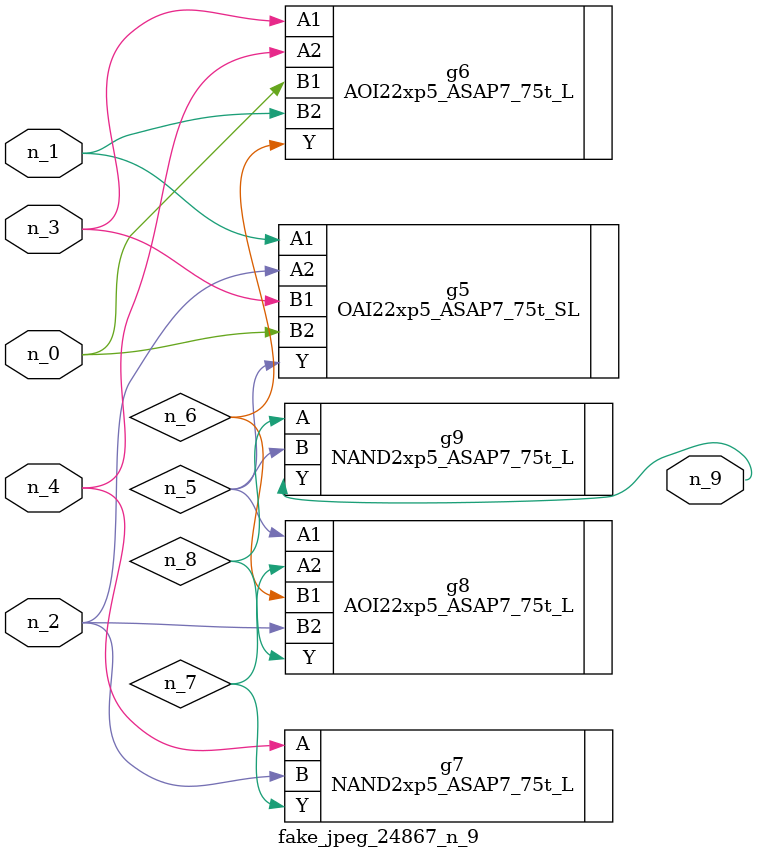
<source format=v>
module fake_jpeg_24867_n_9 (n_3, n_2, n_1, n_0, n_4, n_9);

input n_3;
input n_2;
input n_1;
input n_0;
input n_4;

output n_9;

wire n_8;
wire n_6;
wire n_5;
wire n_7;

OAI22xp5_ASAP7_75t_SL g5 ( 
.A1(n_1),
.A2(n_2),
.B1(n_3),
.B2(n_0),
.Y(n_5)
);

AOI22xp5_ASAP7_75t_L g6 ( 
.A1(n_3),
.A2(n_4),
.B1(n_0),
.B2(n_1),
.Y(n_6)
);

NAND2xp5_ASAP7_75t_L g7 ( 
.A(n_4),
.B(n_2),
.Y(n_7)
);

AOI22xp5_ASAP7_75t_L g8 ( 
.A1(n_5),
.A2(n_7),
.B1(n_6),
.B2(n_2),
.Y(n_8)
);

NAND2xp5_ASAP7_75t_L g9 ( 
.A(n_8),
.B(n_5),
.Y(n_9)
);


endmodule
</source>
